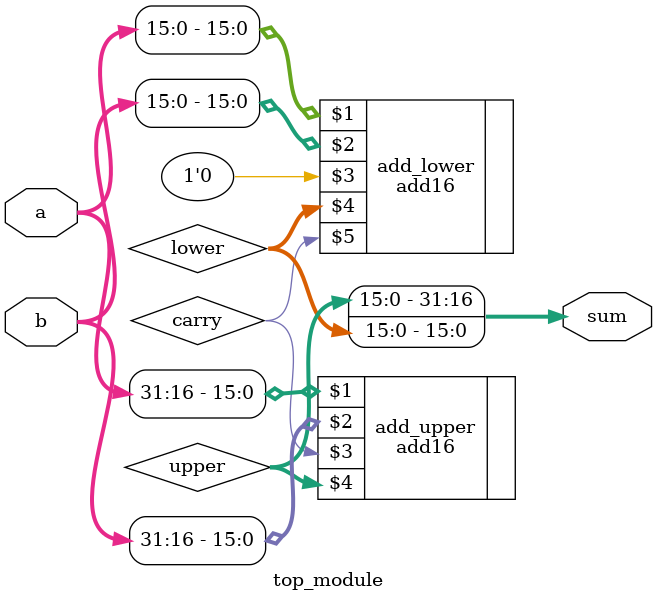
<source format=v>
`default_nettype none

/*
 * module add16 (
 *     input [15:0] a, b,
 *     input cin,
 *     output [15:0] sum,
 *     output cout
 * );
 */

module top_module(
    input [31:0] a,
    input [31:0] b,
    output [31:0] sum
);

    wire [15:0] upper, lower;
    wire carry;

    add16 add_upper (a[31:16], b[31:16], carry, upper, ),
          add_lower (a[15:0], b[15:0], 1'b0, lower, carry);

    assign sum = {upper, lower};

endmodule

</source>
